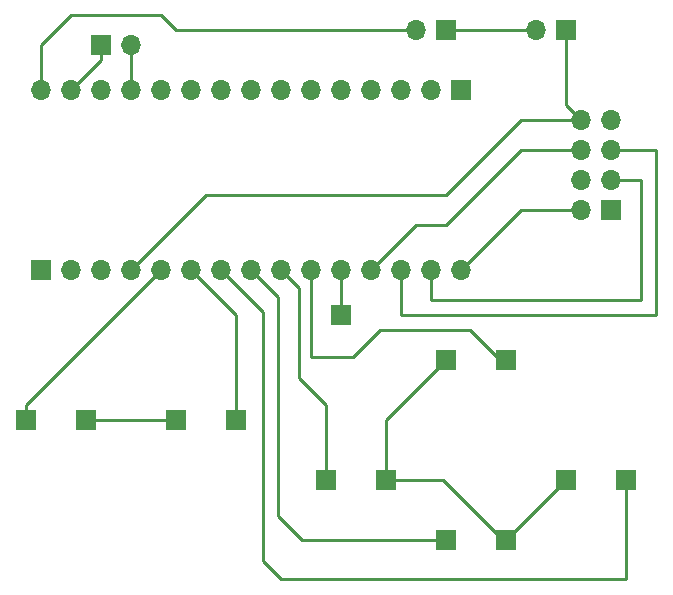
<source format=gbr>
G04 #@! TF.FileFunction,Copper,L1,Top,Signal*
%FSLAX46Y46*%
G04 Gerber Fmt 4.6, Leading zero omitted, Abs format (unit mm)*
G04 Created by KiCad (PCBNEW 4.0.7) date 02/27/18 11:15:34*
%MOMM*%
%LPD*%
G01*
G04 APERTURE LIST*
%ADD10C,0.100000*%
%ADD11R,1.700000X1.700000*%
%ADD12O,1.700000X1.700000*%
%ADD13C,0.250000*%
G04 APERTURE END LIST*
D10*
D11*
X205740000Y-55880000D03*
D12*
X203200000Y-55880000D03*
D11*
X161290000Y-76200000D03*
D12*
X163830000Y-76200000D03*
X166370000Y-76200000D03*
X168910000Y-76200000D03*
X171450000Y-76200000D03*
X173990000Y-76200000D03*
X176530000Y-76200000D03*
X179070000Y-76200000D03*
X181610000Y-76200000D03*
X184150000Y-76200000D03*
X186690000Y-76200000D03*
X189230000Y-76200000D03*
X191770000Y-76200000D03*
X194310000Y-76200000D03*
X196850000Y-76200000D03*
D11*
X196850000Y-60960000D03*
D12*
X194310000Y-60960000D03*
X191770000Y-60960000D03*
X189230000Y-60960000D03*
X186690000Y-60960000D03*
X184150000Y-60960000D03*
X181610000Y-60960000D03*
X179070000Y-60960000D03*
X176530000Y-60960000D03*
X173990000Y-60960000D03*
X171450000Y-60960000D03*
X168910000Y-60960000D03*
X166370000Y-60960000D03*
X163830000Y-60960000D03*
X161290000Y-60960000D03*
D11*
X209550000Y-71120000D03*
D12*
X207010000Y-71120000D03*
X209550000Y-68580000D03*
X207010000Y-68580000D03*
X209550000Y-66040000D03*
X207010000Y-66040000D03*
X209550000Y-63500000D03*
X207010000Y-63500000D03*
D11*
X195580000Y-55880000D03*
D12*
X193040000Y-55880000D03*
D11*
X186690000Y-80010000D03*
X166370000Y-57150000D03*
D12*
X168910000Y-57150000D03*
D11*
X165100000Y-88900000D03*
X172720000Y-88900000D03*
X205740000Y-93980000D03*
X200660000Y-99060000D03*
X190500000Y-93980000D03*
X195580000Y-83820000D03*
X160020000Y-88900000D03*
X177800000Y-88900000D03*
X210820000Y-93980000D03*
X195580000Y-99060000D03*
X185420000Y-93980000D03*
X200660000Y-83820000D03*
D13*
X172720000Y-88900000D02*
X165100000Y-88900000D01*
X205740000Y-55880000D02*
X205740000Y-62230000D01*
X205740000Y-62230000D02*
X207010000Y-63500000D01*
X207010000Y-63500000D02*
X201930000Y-63500000D01*
X201930000Y-63500000D02*
X195580000Y-69850000D01*
X195580000Y-69850000D02*
X175260000Y-69850000D01*
X175260000Y-69850000D02*
X168910000Y-76200000D01*
X203200000Y-55880000D02*
X195580000Y-55880000D01*
X160020000Y-88900000D02*
X160020000Y-87630000D01*
X160020000Y-87630000D02*
X171450000Y-76200000D01*
X177800000Y-88900000D02*
X177800000Y-80010000D01*
X177800000Y-80010000D02*
X173990000Y-76200000D01*
X210820000Y-93980000D02*
X210820000Y-102362000D01*
X180086000Y-79756000D02*
X176530000Y-76200000D01*
X180086000Y-100838000D02*
X180086000Y-79756000D01*
X181610000Y-102362000D02*
X180086000Y-100838000D01*
X210820000Y-102362000D02*
X181610000Y-102362000D01*
X195580000Y-99060000D02*
X183388000Y-99060000D01*
X181356000Y-78486000D02*
X179070000Y-76200000D01*
X181356000Y-97028000D02*
X181356000Y-78486000D01*
X183388000Y-99060000D02*
X181356000Y-97028000D01*
X185420000Y-93980000D02*
X185420000Y-87630000D01*
X183134000Y-77724000D02*
X181610000Y-76200000D01*
X183134000Y-85344000D02*
X183134000Y-77724000D01*
X185420000Y-87630000D02*
X183134000Y-85344000D01*
X207010000Y-66040000D02*
X201930000Y-66040000D01*
X193040000Y-72390000D02*
X189230000Y-76200000D01*
X195580000Y-72390000D02*
X193040000Y-72390000D01*
X201930000Y-66040000D02*
X195580000Y-72390000D01*
X209550000Y-66040000D02*
X213360000Y-66040000D01*
X191770000Y-80010000D02*
X191770000Y-76200000D01*
X213360000Y-80010000D02*
X191770000Y-80010000D01*
X213360000Y-66040000D02*
X213360000Y-80010000D01*
X209550000Y-68580000D02*
X212090000Y-68580000D01*
X194310000Y-78740000D02*
X194310000Y-76200000D01*
X212090000Y-78740000D02*
X194310000Y-78740000D01*
X212090000Y-68580000D02*
X212090000Y-78740000D01*
X207010000Y-71120000D02*
X201930000Y-71120000D01*
X201930000Y-71120000D02*
X196850000Y-76200000D01*
X193040000Y-55880000D02*
X172720000Y-55880000D01*
X161290000Y-57150000D02*
X161290000Y-60960000D01*
X163830000Y-54610000D02*
X161290000Y-57150000D01*
X171450000Y-54610000D02*
X163830000Y-54610000D01*
X172720000Y-55880000D02*
X171450000Y-54610000D01*
X200660000Y-83820000D02*
X200152000Y-83820000D01*
X200152000Y-83820000D02*
X197612000Y-81280000D01*
X197612000Y-81280000D02*
X189992000Y-81280000D01*
X189992000Y-81280000D02*
X187706000Y-83566000D01*
X187706000Y-83566000D02*
X184150000Y-83566000D01*
X184150000Y-83566000D02*
X184150000Y-76200000D01*
X186690000Y-80010000D02*
X186690000Y-76200000D01*
X190500000Y-93980000D02*
X190500000Y-88900000D01*
X190500000Y-88900000D02*
X195580000Y-83820000D01*
X200660000Y-99060000D02*
X200406000Y-99060000D01*
X200406000Y-99060000D02*
X195326000Y-93980000D01*
X195326000Y-93980000D02*
X190500000Y-93980000D01*
X205740000Y-93980000D02*
X200660000Y-99060000D01*
X166370000Y-57150000D02*
X166370000Y-58420000D01*
X166370000Y-58420000D02*
X163830000Y-60960000D01*
X168910000Y-57150000D02*
X168910000Y-60960000D01*
X169164000Y-60706000D02*
X168910000Y-60960000D01*
M02*

</source>
